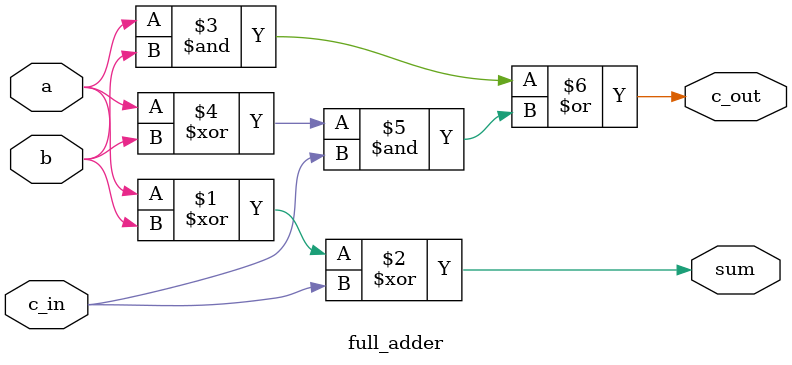
<source format=v>
module full_adder (
    input a,
    input b,
    input c_in,

    output sum,
    output c_out
);

/**
* sum = (A xor B) xor C_in
* c_out = (A and B) or ((A xor B) and C)
*/

assign sum = (a ^ b) ^ c_in;
assign c_out = (a & b) | ((a ^ b) & c_in);

endmodule
</source>
